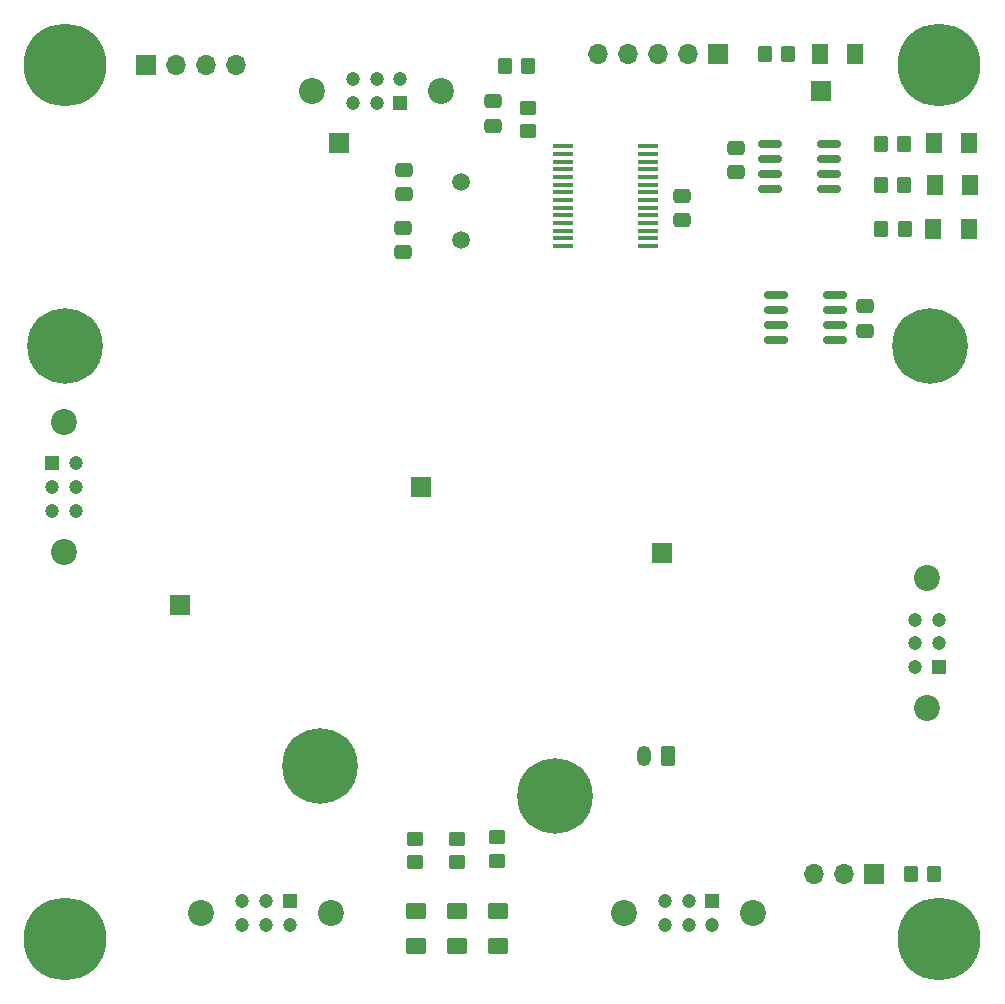
<source format=gbr>
%TF.GenerationSoftware,KiCad,Pcbnew,(6.0.9-0)*%
%TF.CreationDate,2022-12-17T09:56:30-08:00*%
%TF.ProjectId,GrandPapa_Board,4772616e-6450-4617-9061-5f426f617264,rev?*%
%TF.SameCoordinates,Original*%
%TF.FileFunction,Soldermask,Top*%
%TF.FilePolarity,Negative*%
%FSLAX46Y46*%
G04 Gerber Fmt 4.6, Leading zero omitted, Abs format (unit mm)*
G04 Created by KiCad (PCBNEW (6.0.9-0)) date 2022-12-17 09:56:30*
%MOMM*%
%LPD*%
G01*
G04 APERTURE LIST*
G04 Aperture macros list*
%AMRoundRect*
0 Rectangle with rounded corners*
0 $1 Rounding radius*
0 $2 $3 $4 $5 $6 $7 $8 $9 X,Y pos of 4 corners*
0 Add a 4 corners polygon primitive as box body*
4,1,4,$2,$3,$4,$5,$6,$7,$8,$9,$2,$3,0*
0 Add four circle primitives for the rounded corners*
1,1,$1+$1,$2,$3*
1,1,$1+$1,$4,$5*
1,1,$1+$1,$6,$7*
1,1,$1+$1,$8,$9*
0 Add four rect primitives between the rounded corners*
20,1,$1+$1,$2,$3,$4,$5,0*
20,1,$1+$1,$4,$5,$6,$7,0*
20,1,$1+$1,$6,$7,$8,$9,0*
20,1,$1+$1,$8,$9,$2,$3,0*%
G04 Aperture macros list end*
%ADD10RoundRect,0.250000X-0.350000X-0.450000X0.350000X-0.450000X0.350000X0.450000X-0.350000X0.450000X0*%
%ADD11RoundRect,0.250000X-0.475000X0.337500X-0.475000X-0.337500X0.475000X-0.337500X0.475000X0.337500X0*%
%ADD12C,2.200000*%
%ADD13R,1.200000X1.200000*%
%ADD14C,1.200000*%
%ADD15R,1.700000X1.700000*%
%ADD16O,1.700000X1.700000*%
%ADD17RoundRect,0.150000X-0.825000X-0.150000X0.825000X-0.150000X0.825000X0.150000X-0.825000X0.150000X0*%
%ADD18C,6.400000*%
%ADD19C,0.800000*%
%ADD20C,7.000000*%
%ADD21RoundRect,0.250001X-0.624999X0.462499X-0.624999X-0.462499X0.624999X-0.462499X0.624999X0.462499X0*%
%ADD22RoundRect,0.250000X0.450000X-0.350000X0.450000X0.350000X-0.450000X0.350000X-0.450000X-0.350000X0*%
%ADD23R,1.750000X0.450000*%
%ADD24RoundRect,0.250001X0.462499X0.624999X-0.462499X0.624999X-0.462499X-0.624999X0.462499X-0.624999X0*%
%ADD25RoundRect,0.250000X0.475000X-0.337500X0.475000X0.337500X-0.475000X0.337500X-0.475000X-0.337500X0*%
%ADD26C,1.500000*%
%ADD27RoundRect,0.250000X-0.450000X0.350000X-0.450000X-0.350000X0.450000X-0.350000X0.450000X0.350000X0*%
%ADD28RoundRect,0.250000X0.350000X0.450000X-0.350000X0.450000X-0.350000X-0.450000X0.350000X-0.450000X0*%
%ADD29RoundRect,0.250000X0.350000X0.625000X-0.350000X0.625000X-0.350000X-0.625000X0.350000X-0.625000X0*%
%ADD30O,1.200000X1.750000*%
G04 APERTURE END LIST*
D10*
%TO.C,R29*%
X188865000Y-132765800D03*
X190865000Y-132765800D03*
%TD*%
D11*
%TO.C,C18*%
X153489000Y-67334300D03*
X153489000Y-69409300D03*
%TD*%
D12*
%TO.C,J4*%
X139771000Y-136083800D03*
X128771000Y-136083800D03*
D13*
X136271000Y-135083800D03*
D14*
X134271000Y-135083800D03*
X132271000Y-135083800D03*
X136271000Y-137083800D03*
X134271000Y-137083800D03*
X132271000Y-137083800D03*
%TD*%
D15*
%TO.C,J11*%
X124149000Y-64246800D03*
D16*
X126689000Y-64246800D03*
X129229000Y-64246800D03*
X131769000Y-64246800D03*
%TD*%
D17*
%TO.C,U7*%
X177491500Y-83767800D03*
X177491500Y-85037800D03*
X177491500Y-86307800D03*
X177491500Y-87577800D03*
X182441500Y-87577800D03*
X182441500Y-86307800D03*
X182441500Y-85037800D03*
X182441500Y-83767800D03*
%TD*%
D11*
%TO.C,C19*%
X169489000Y-75334300D03*
X169489000Y-77409300D03*
%TD*%
D18*
%TO.C,H2*%
X117284000Y-88036400D03*
%TD*%
D19*
%TO.C,H8*%
X119140155Y-66099498D03*
X117284000Y-66868343D03*
D20*
X117284000Y-64243343D03*
D19*
X115427845Y-62387188D03*
X114659000Y-64243343D03*
X119909000Y-64243343D03*
X117284000Y-61618343D03*
X119140155Y-62387188D03*
X115427845Y-66099498D03*
%TD*%
D21*
%TO.C,D8*%
X146939000Y-135906600D03*
X146939000Y-138881600D03*
%TD*%
D22*
%TO.C,R6*%
X150489000Y-131756600D03*
X150489000Y-129756600D03*
%TD*%
D19*
%TO.C,H6*%
X193923933Y-64243343D03*
X189442778Y-66099498D03*
X188673933Y-64243343D03*
D20*
X191298933Y-64243343D03*
D19*
X193155088Y-62387188D03*
X193155088Y-66099498D03*
X191298933Y-66868343D03*
X191298933Y-61618343D03*
X189442778Y-62387188D03*
%TD*%
D10*
%TO.C,R13*%
X186341000Y-78121800D03*
X188341000Y-78121800D03*
%TD*%
D23*
%TO.C,U9*%
X159406000Y-71136800D03*
X159406000Y-71786800D03*
X159406000Y-72436800D03*
X159406000Y-73086800D03*
X159406000Y-73736800D03*
X159406000Y-74386800D03*
X159406000Y-75036800D03*
X159406000Y-75686800D03*
X159406000Y-76336800D03*
X159406000Y-76986800D03*
X159406000Y-77636800D03*
X159406000Y-78286800D03*
X159406000Y-78936800D03*
X159406000Y-79586800D03*
X166606000Y-79586800D03*
X166606000Y-78936800D03*
X166606000Y-78286800D03*
X166606000Y-77636800D03*
X166606000Y-76986800D03*
X166606000Y-76336800D03*
X166606000Y-75686800D03*
X166606000Y-75036800D03*
X166606000Y-74386800D03*
X166606000Y-73736800D03*
X166606000Y-73086800D03*
X166606000Y-72436800D03*
X166606000Y-71786800D03*
X166606000Y-71136800D03*
%TD*%
D24*
%TO.C,D3*%
X193764000Y-78121800D03*
X190789000Y-78121800D03*
%TD*%
%TO.C,D5*%
X193839000Y-70896800D03*
X190864000Y-70896800D03*
%TD*%
D21*
%TO.C,D7*%
X153889800Y-135854200D03*
X153889800Y-138829200D03*
%TD*%
D25*
%TO.C,C23*%
X174039000Y-73346800D03*
X174039000Y-71271800D03*
%TD*%
D10*
%TO.C,R11*%
X154489000Y-64371800D03*
X156489000Y-64371800D03*
%TD*%
D19*
%TO.C,H7*%
X189442778Y-136383845D03*
X191298933Y-135615000D03*
X191298933Y-140865000D03*
X188673933Y-138240000D03*
X193155088Y-136383845D03*
D20*
X191298933Y-138240000D03*
D19*
X189442778Y-140096155D03*
X193923933Y-138240000D03*
X193155088Y-140096155D03*
%TD*%
D10*
%TO.C,R15*%
X186309000Y-70916800D03*
X188309000Y-70916800D03*
%TD*%
D24*
%TO.C,D1*%
X184177600Y-63371800D03*
X181202600Y-63371800D03*
%TD*%
D10*
%TO.C,R14*%
X186309000Y-74452800D03*
X188309000Y-74452800D03*
%TD*%
D22*
%TO.C,R21*%
X146914000Y-131756600D03*
X146914000Y-129756600D03*
%TD*%
D15*
%TO.C,J6*%
X172526000Y-63296800D03*
D16*
X169986000Y-63296800D03*
X167446000Y-63296800D03*
X164906000Y-63296800D03*
X162366000Y-63296800D03*
%TD*%
D18*
%TO.C,H5*%
X158750000Y-126161800D03*
%TD*%
D15*
%TO.C,J8*%
X185786000Y-132765800D03*
D16*
X183246000Y-132765800D03*
X180706000Y-132765800D03*
%TD*%
D26*
%TO.C,Y1*%
X150749000Y-74181800D03*
X150749000Y-79061800D03*
%TD*%
D25*
%TO.C,C22*%
X184989000Y-86771800D03*
X184989000Y-84696800D03*
%TD*%
D12*
%TO.C,J5*%
X117165559Y-94491413D03*
X117165559Y-105491413D03*
D13*
X116165559Y-97991413D03*
D14*
X116165559Y-99991413D03*
X116165559Y-101991413D03*
X118165559Y-97991413D03*
X118165559Y-99991413D03*
X118165559Y-101991413D03*
%TD*%
D19*
%TO.C,H3*%
X119922332Y-138240000D03*
X115441177Y-140096155D03*
X114672332Y-138240000D03*
X119153487Y-136383845D03*
X117297332Y-135615000D03*
X117297332Y-140865000D03*
X115441177Y-136383845D03*
X119153487Y-140096155D03*
D20*
X117297332Y-138240000D03*
%TD*%
D25*
%TO.C,C16*%
X145929073Y-75219300D03*
X145929073Y-73144300D03*
%TD*%
D12*
%TO.C,J3*%
X190262000Y-107739800D03*
X190262000Y-118739800D03*
D13*
X191262000Y-115239800D03*
D14*
X191262000Y-113239800D03*
X191262000Y-111239800D03*
X189262000Y-115239800D03*
X189262000Y-113239800D03*
X189262000Y-111239800D03*
%TD*%
D17*
%TO.C,U8*%
X176976000Y-70916800D03*
X176976000Y-72186800D03*
X176976000Y-73456800D03*
X176976000Y-74726800D03*
X181926000Y-74726800D03*
X181926000Y-73456800D03*
X181926000Y-72186800D03*
X181926000Y-70916800D03*
%TD*%
D18*
%TO.C,H4*%
X190500000Y-88061800D03*
%TD*%
D24*
%TO.C,D4*%
X193856000Y-74452800D03*
X190881000Y-74452800D03*
%TD*%
D27*
%TO.C,R12*%
X156489000Y-67871800D03*
X156489000Y-69871800D03*
%TD*%
D28*
%TO.C,R3*%
X178489000Y-63371800D03*
X176489000Y-63371800D03*
%TD*%
D18*
%TO.C,H1*%
X138874000Y-123596400D03*
%TD*%
D21*
%TO.C,D6*%
X150489000Y-135896800D03*
X150489000Y-138871800D03*
%TD*%
D12*
%TO.C,J7*%
X175553000Y-136067800D03*
X164553000Y-136067800D03*
D13*
X172053000Y-135067800D03*
D14*
X170053000Y-135067800D03*
X168053000Y-135067800D03*
X172053000Y-137067800D03*
X170053000Y-137067800D03*
X168053000Y-137067800D03*
%TD*%
D11*
%TO.C,C17*%
X145895995Y-78022529D03*
X145895995Y-80097529D03*
%TD*%
D27*
%TO.C,R20*%
X153839000Y-129656600D03*
X153839000Y-131656600D03*
%TD*%
D15*
%TO.C,TP1*%
X127000000Y-109971800D03*
%TD*%
%TO.C,TP2*%
X147389000Y-100021800D03*
%TD*%
%TO.C,TP7*%
X181296762Y-66471800D03*
%TD*%
D29*
%TO.C,J1*%
X168289000Y-122746800D03*
D30*
X166289000Y-122746800D03*
%TD*%
D15*
%TO.C,TP3*%
X167767000Y-105587800D03*
%TD*%
%TO.C,TP4*%
X140489000Y-70871800D03*
%TD*%
D12*
%TO.C,J2*%
X149137000Y-66471800D03*
X138137000Y-66471800D03*
D13*
X145637000Y-67471800D03*
D14*
X143637000Y-67471800D03*
X141637000Y-67471800D03*
X145637000Y-65471800D03*
X143637000Y-65471800D03*
X141637000Y-65471800D03*
%TD*%
M02*

</source>
